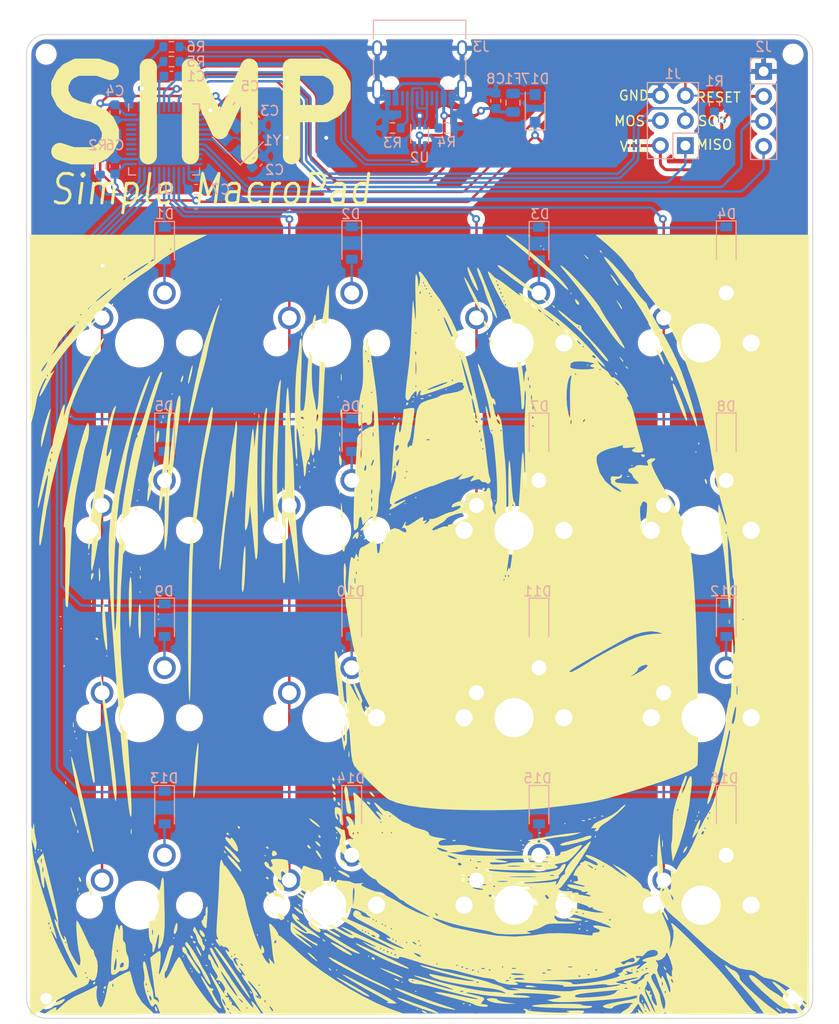
<source format=kicad_pcb>
(kicad_pcb (version 20221018) (generator pcbnew)
  (title_block (title "SIMP") (date "2023-05-16") (rev "1.0.0") (company "leonbcode") (comment 1 "simple macropad"))
  (layers (0 "F.Cu" signal) (31 "B.Cu" signal) (34 "B.Paste" user) (35 "F.Paste" user) (36 "B.SilkS" user "B.Silkscreen") (37 "F.SilkS" user "F.Silkscreen") (38 "B.Mask" user) (39 "F.Mask" user) (44 "Edge.Cuts" user))
  (net 0 "")
  (net 1 "Net-(C1-Pad1)")
  (net 2 "GND")
  (net 3 "/XTAL1")
  (net 4 "/XTAL2")
  (net 5 "VCC")
  (net 6 "Net-(D1-Pad2)")
  (net 7 "/row0")
  (net 8 "Net-(D2-Pad2)")
  (net 9 "Net-(D3-Pad2)")
  (net 10 "Net-(D4-Pad2)")
  (net 11 "Net-(D5-Pad2)")
  (net 12 "/row1")
  (net 13 "Net-(D6-Pad2)")
  (net 14 "Net-(D7-Pad2)")
  (net 15 "Net-(D8-Pad2)")
  (net 16 "Net-(D9-Pad2)")
  (net 17 "/row2")
  (net 18 "Net-(D10-Pad2)")
  (net 19 "Net-(D11-Pad2)")
  (net 20 "Net-(D12-Pad2)")
  (net 21 "Net-(D13-Pad2)")
  (net 22 "/row3")
  (net 23 "Net-(D14-Pad2)")
  (net 24 "Net-(D15-Pad2)")
  (net 25 "Net-(D16-Pad2)")
  (net 26 "Net-(D17-Pad2)")
  (net 27 "VBUS")
  (net 28 "/MISO")
  (net 29 "/SCK")
  (net 30 "/MOSI")
  (net 31 "/RESET")
  (net 32 "/SDA")
  (net 33 "/SCL")
  (net 34 "Net-(R2-Pad1)")
  (net 35 "Net-(J3-PadA5)")
  (net 36 "Net-(J3-PadB5)")
  (net 37 "/DN")
  (net 38 "/DP")
  (net 39 "/col0")
  (net 40 "/col1")
  (net 41 "/col2")
  (net 42 "/col3")
  (net 56 "/D-")
  (net 57 "/D+")
  (net 60 "Net-(R5-Pad2)")
  (net 61 "Net-(R6-Pad2)")
  (footprint "marbastlib-mx:SW_MX_1u" (layer "F.Cu") (at 79.6 80.4)
    (fp_text reference "SW7" hide)
    (fp_text value "MX_SW_solder" hide)
  )
  (footprint "marbastlib-mx:SW_MX_1u" (layer "F.Cu") (at 98.65 99.45)
    (fp_text reference "SW12" hide)
    (fp_text value "MX_SW_solder" hide)
  )
  (footprint "MountingHole:MountingHole_2.1mm" (layer "F.Cu") (at 108 32)
    (fp_text reference "")
    (fp_text value "tooling hole")
  )
  (footprint "marbastlib-mx:SW_MX_1u" (layer "F.Cu") (at 79.6 99.45)
    (fp_text reference "SW11" hide)
    (fp_text value "MX_SW_solder" hide)
  )
  (footprint "marbastlib-mx:SW_MX_1u" (layer "F.Cu") (at 79.6 118.5)
    (fp_text reference "SW15" hide)
    (fp_text value "MX_SW_solder" hide)
  )
  (footprint "MountingHole:MountingHole_2.1mm" (layer "F.Cu") (at 32 128)
    (fp_text reference "")
    (fp_text value "tooling hole")
  )
  (footprint "marbastlib-mx:SW_MX_1u" (layer "F.Cu") (at 41.5 80.4)
    (fp_text reference "SW5" hide)
    (fp_text value "MX_SW_solder" hide)
  )
  (footprint "marbastlib-mx:SW_MX_1u" (layer "F.Cu") (at 41.5 61.35)
    (fp_text reference "SW1" hide)
    (fp_text value "MX_SW_solder" hide)
  )
  (footprint "marbastlib-mx:SW_MX_1u" (layer "F.Cu") (at 41.5 99.45)
    (fp_text reference "SW9" hide)
    (fp_text value "MX_SW_solder" hide)
  )
  (footprint "MountingHole:MountingHole_2.1mm" (layer "F.Cu") (at 108 128)
    (fp_text reference "")
    (fp_text value "tooling hole")
  )
  (footprint "marbastlib-mx:SW_MX_1u" (layer "F.Cu") (at 98.65 118.5)
    (fp_text reference "SW16" hide)
    (fp_text value "MX_SW_solder" hide)
  )
  (footprint "marbastlib-mx:SW_MX_1u" (layer "F.Cu") (at 79.6 61.35)
    (fp_text reference "SW3" hide)
    (fp_text value "MX_SW_solder" hide)
  )
  (footprint "MountingHole:MountingHole_2.1mm" (layer "F.Cu") (at 32 32)
    (fp_text reference "")
    (fp_text value "tooling hole")
  )
  (footprint "marbastlib-mx:SW_MX_1u" (layer "F.Cu") (at 98.65 61.35)
    (fp_text reference "SW4" hide)
    (fp_text value "MX_SW_solder" hide)
  )
  (footprint "marbastlib-mx:SW_MX_1u" (layer "F.Cu") (at 60.55 80.4)
    (fp_text reference "SW6" hide)
    (fp_text value "MX_SW_solder" hide)
  )
  (footprint "marbastlib-mx:SW_MX_1u" (layer "F.Cu") (at 60.55 61.35)
    (fp_text reference "SW2" hide)
    (fp_text value "MX_SW_solder" hide)
  )
  (footprint "marbastlib-mx:SW_MX_1u" (layer "F.Cu") (at 60.55 99.45)
    (fp_text reference "SW10" hide)
    (fp_text value "MX_SW_solder" hide)
  )
  (footprint "marbastlib-mx:SW_MX_1u" (layer "F.Cu") (at 60.55 118.5)
    (fp_text reference "SW14" hide)
    (fp_text value "MX_SW_solder" hide)
  )
  (footprint "marbastlib-mx:SW_MX_1u" (layer "F.Cu") (at 98.65 80.4)
    (fp_text reference "SW8" hide)
    (fp_text value "MX_SW_solder" hide)
  )
  (footprint "LOGO" (layer "F.Cu") (at 70 90)
    (fp_text reference "G***")
    (fp_text value "LOGO" hide)
  )
  (footprint "marbastlib-mx:SW_MX_1u" (layer "F.Cu") (at 41.5 118.5)
    (fp_text reference "SW13" hide)
    (fp_text value "MX_SW_solder" hide)
  )
  (footprint "Diode_SMD:D_SOD-123" (layer "B.Cu") (at 63.101875 89.535 -90)
    (fp_text reference "D10")
    (fp_text value "D")
  )
  (footprint "Diode_SMD:D_SOD-123" (layer "B.Cu") (at 101.201875 89.535 -90)
    (fp_text reference "D12")
    (fp_text value "D")
  )
  (footprint "Package_DFN_QFN:QFN-44-1EP_7x7mm_P0.5mm_EP5.2x5.2mm" (layer "B.Cu") (at 44 40.6625 -90)
    (fp_text reference "U1")
    (fp_text value "ATmega32U4-M")
  )
  (footprint "Capacitor_SMD:C_0603_1608Metric" (layer "B.Cu") (at 47.25 45.75)
    (fp_text reference "C7")
    (fp_text value "100n")
  )
  (footprint "Capacitor_SMD:C_0603_1608Metric" (layer "B.Cu") (at 39 37.9125 -90)
    (fp_text reference "C4")
    (fp_text value "100n")
  )
  (footprint "Diode_SMD:D_SOD-123" (layer "B.Cu") (at 44.051875 51.25 -90)
    (fp_text reference "D1")
    (fp_text value "D")
  )
  (footprint "Capacitor_SMD:C_0603_1608Metric" (layer "B.Cu") (at 50.75 36.6625 45)
    (fp_text reference "C5")
    (fp_text value "100n")
  )
  (footprint "Capacitor_SMD:C_0603_1608Metric" (layer "B.Cu") (at 77.75 36.75 90)
    (fp_text reference "C8")
    (fp_text value "10u")
  )
  (footprint "Diode_SMD:D_SOD-123" (layer "B.Cu") (at 63.101875 70.723125 -90)
    (fp_text reference "D6")
    (fp_text value "D")
  )
  (footprint "Capacitor_SMD:C_0603_1608Metric" (layer "B.Cu") (at 39 43.4125 90)
    (fp_text reference "C6")
    (fp_text value "100n")
  )
  (footprint "Capacitor_SMD:C_0603_1608Metric" (layer "B.Cu") (at 53.5 42.9125 45)
    (fp_text reference "C2")
    (fp_text value "22p")
  )
  (footprint "Resistor_SMD:R_0603_1608Metric" (layer "B.Cu") (at 37.5 43.4125 90)
    (fp_text reference "R2")
    (fp_text value "10k")
  )
  (footprint "Diode_SMD:D_SOD-123" (layer "B.Cu") (at 101.201875 51.196875 -90)
    (fp_text reference "D4")
    (fp_text value "D")
  )
  (footprint "Capacitor_SMD:C_0603_1608Metric" (layer "B.Cu") (at 44.75 34.25 180)
    (fp_text reference "C1")
    (fp_text value "1u")
  )
  (footprint "Resistor_SMD:R_0603_1608Metric" (layer "B.Cu") (at 72.75 39.5)
    (fp_text reference "R4")
    (fp_text value "5.1k")
  )
  (footprint "Diode_SMD:D_SOD-123" (layer "B.Cu") (at 82.151875 51.25 -90)
    (fp_text reference "D3")
    (fp_text value "D")
  )
  (footprint "Connector_PinSocket_2.54mm:PinSocket_1x04_P2.54mm_Vertical" (layer "B.Cu") (at 105 33.75 180)
    (fp_text reference "J2")
    (fp_text value "I2C")
  )
  (footprint "Resistor_SMD:R_0603_1608Metric" (layer "B.Cu") (at 44.75 31.25 180)
    (fp_text reference "R6")
    (fp_text value "22")
  )
  (footprint "Diode_SMD:D_SOD-123" (layer "B.Cu") (at 63.101875 108.585 -90)
    (fp_text reference "D14")
    (fp_text value "D")
  )
  (footprint "Diode_SMD:D_SOD-123" (layer "B.Cu") (at 101.201875 108.585 -90)
    (fp_text reference "D16")
    (fp_text value "D")
  )
  (footprint "Diode_SMD:D_SOD-123" (layer "B.Cu") (at 44.051875 89.535 -90)
    (fp_text reference "D9")
    (fp_text value "D")
  )
  (footprint "Connector_PinSocket_2.54mm:PinSocket_2x03_P2.54mm_Vertical" (layer "B.Cu") (at 97.04 41.29)
    (fp_text reference "J1")
    (fp_text value "AVR-ISP-6")
  )
  (footprint "Diode_SMD:D_SOD-123" (layer "B.Cu") (at 44.051875 108.585 -90)
    (fp_text reference "D13")
    (fp_text value "D")
  )
  (footprint "Resistor_SMD:R_0603_1608Metric" (layer "B.Cu") (at 44.75 32.75 180)
    (fp_text reference "R5")
    (fp_text value "22")
  )
  (footprint "Diode_SMD:D_SOD-123" (layer "B.Cu") (at 82.151875 89.535 -90)
    (fp_text reference "D11")
    (fp_text value "D")
  )
  (footprint "Diode_SMD:D_SOD-123" (layer "B.Cu") (at 82.151875 108.585 -90)
    (fp_text reference "D15")
    (fp_text value "D")
  )
  (footprint "Resistor_SMD:R_0603_1608Metric" (layer "B.Cu") (at 67.25 39.5 180)
    (fp_text reference "R3")
    (fp_text value "5.1k")
  )
  (footprint "Connector_USB:USB_C_Receptacle_HRO_TYPE-C-31-M-12" (layer "B.Cu") (at 70 32.44)
    (fp_text reference "J3")
    (fp_text value "USB_C_Receptacle_USB2.0")
  )
  (footprint "Diode_SMD:D_SOD-123F" (layer "B.Cu") (at 81.75 37.5 90)
    (fp_text reference "D17")
    (fp_text value "D_Schottky")
  )
  (footprint "Resistor_SMD:R_0603_1608Metric" (layer "B.Cu") (at 100 37 -90)
    (fp_text reference "R1")
    (fp_text value "10k")
  )
  (footprint "Fuse:Fuse_0805_2012Metric" (layer "B.Cu") (at 79.5 36.9375 90)
    (fp_text reference "F1")
    (fp_text value "500mA")
  )
  (footprint "Diode_SMD:D_SOD-123" (layer "B.Cu") (at 82.151875 70.723125 -90)
    (fp_text reference "D7")
    (fp_text value "D")
  )
  (footprint "Diode_SMD:D_SOD-123" (layer "B.Cu") (at 101.201875 70.723125 -90)
    (fp_text reference "D8")
    (fp_text value "D")
  )
  (footprint "Package_TO_SOT_SMD:SOT-666" (layer "B.Cu") (at 70 40.25 -90)
    (fp_text reference "U2")
    (fp_text value "USBLC6-2P6")
  )
  (footprint "Crystal:Crystal_SMD_3225-4Pin_3.2x2.5mm" (layer "B.Cu") (at 51.5 40.6625 135)
    (fp_text reference "Y1")
    (fp_text value "16MHz")
  )
  (footprint "Diode_SMD:D_SOD-123" (layer "B.Cu") (at 63.101875 51.196875 -90)
    (fp_text reference "D2")
    (fp_text value "D")
  )
  (footprint "Diode_SMD:D_SOD-123" (layer "B.Cu") (at 44.051875 70.723125 -90)
    (fp_text reference "D5")
    (fp_text value "D")
  )
  (footprint "Capacitor_SMD:C_0603_1608Metric" (layer "B.Cu") (at 53.25 38.6625 -45)
    (fp_text reference "C3")
    (fp_text value "22p")
  )
  (gr_arc (start 108 30) (mid 109.414214 30.585786) (end 110 32) (stroke (width 0.1)) (layer "Edge.Cuts"))
  (gr_arc (start 110 128) (mid 109.414214 129.414214) (end 108 130) (stroke (width 0.1)) (layer "Edge.Cuts"))
  (gr_line (start 30 32) (end 30 128) (stroke (width 0.1)) (layer "Edge.Cuts"))
  (gr_line (start 110 128) (end 110 32) (stroke (width 0.1)) (layer "Edge.Cuts"))
  (gr_arc (start 32 130) (mid 30.585786 129.414214) (end 30 128) (stroke (width 0.1)) (layer "Edge.Cuts"))
  (gr_arc (start 30 32) (mid 30.585786 30.585786) (end 32 30) (stroke (width 0.1)) (layer "Edge.Cuts"))
  (gr_line (start 108 30) (end 32 30) (stroke (width 0.1)) (layer "Edge.Cuts"))
  (gr_line (start 32 130) (end 108 130) (stroke (width 0.1)) (layer "Edge.Cuts"))
  (gr_text "SIMP" (at 47.75 38.25) (layer "F.SilkS") (effects (font (size 9 9) (thickness 1.75))))
  (gr_text "MISO" (at 100 41.2) (layer "F.SilkS") (effects (font (size 1 1))))
  (gr_text "RESET" (at 100.4 36.4) (layer "F.SilkS") (effects (font (size 1 1))))
  (gr_text "Simple MacroPad" (at 48.75 45.75) (layer "F.SilkS") (effects (font (size 3 2.5) (thickness 0.3) italic)))
  (gr_text "MOSI" (at 91.6 38.8) (layer "F.SilkS") (effects (font (size 1 1))))
  (gr_text "SCK" (at 99.8 38.8) (layer "F.SilkS") (effects (font (size 1 1))))
  (gr_text "GND" (at 91.8 36.2) (layer "F.SilkS") (effects (font (size 1 1))))
  (gr_text "VCC" (at 91.8 41.4) (layer "F.SilkS") (effects (font (size 1 1))))
  (segment (start 44 35.982107) (end 44 37.325) (width 0.25) (layer "B.Cu") (net 1))
  (segment (start 44.146447 35.628553) (end 45.525 34.25) (width 0.25) (layer "B.Cu") (net 1))
  (arc (start 44.146447 35.628553) (mid 44.03806 35.790765) (end 44 35.982107) (width 0.25) (layer "B.Cu") (net 1))
  (segment (start 67.661448 35.911448) (end 70 38.25) (width 0.3) (layer "F.Cu") (net 2))
  (segment (start 72.338552 35.911448) (end 70 38.25) (width 0.3) (layer "F.Cu") (net 2))
  (segment (start 66.082108 35.765001) (end 67.307894 35.765001) (width 0.3) (layer "F.Cu") (net 2))
  (segment (start 65.68 35.57) (end 65.728555 35.618555) (width 0.3) (layer "F.Cu") (net 2))
  (segment (start 73.917892 35.765001) (end 72.692106 35.765001) (width 0.3) (layer "F.Cu") (net 2))
  (segment (start 74.32 35.57) (end 74.271445 35.618555) (width 0.3) (layer "F.Cu") (net 2))
  (via (at 56.5 40.5) (size 0.8) (drill 0.4) (layers "F.Cu" "B.Cu") (net 2))
  (via (at 70 38.25) (size 0.8) (drill 0.4) (layers "F.Cu" "B.Cu") (net 2))
  (via (at 60.5 40.5) (size 0.8) (drill 0.4) (layers "F.Cu" "B.Cu") (net 2))
  (arc (start 72.692106 35.765001) (mid 72.500764 35.803061) (end 72.338552 35.911448) (width 0.3) (layer "F.Cu") (net 2))
  (arc (start 66.082108 35.765001) (mid 65.890767 35.726941) (end 65.728555 35.618555) (width 0.3) (layer "F.Cu") (net 2))
  (arc (start 67.661448 35.911448) (mid 67.499236 35.803061) (end 67.307894 35.765001) (width 0.3) (layer "F.Cu") (net 2))
  (arc (start 73.917892 35.765001) (mid 74.109233 35.726941) (end 74.271445 35.618555) (width 0.3) (layer "F.Cu") (net 2))
  (segment (start 50.121142 40.485723) (end 50.1383 40.502881) (width 0.2) (layer "B.Cu") (net 2))
  (segment (start 40.6625 38.6625) (end 39.025 38.6625) (width 0.25) (layer "B.Cu") (net 2))
  (segment (start 50.447488 38.096384) (end 51.151562 37.39231) (width 0.25) (layer "B.Cu") (net 2))
  (segment (start 49.004846 39.516053) (end 50.424515 38.096384) (width 0.25) (layer "B.Cu") (net 2))
  (segment (start 47.3375 39.6625) (end 48.651292 39.6625) (width 0.25) (layer "B.Cu") (net 2))
  (segment (start 40.6625 42.6625) (end 42 42.6625) (width 0.25) (layer "B.Cu") (net 2))
  (segment (start 54.048008 42.008427) (end 52.878858 40.839277) (width 0.25) (layer "B.Cu") (net 2))
  (segment (start 47.903553 45.066053) (end 47.846446 45.008946) (width 0.25) (layer "B.Cu") (net 2))
  (segment (start 46.353553 43.016053) (end 44 40.6625) (width 0.2) (layer "B.Cu") (net 2))
  (segment (start 77.75 35.975) (end 77.75 35.457107) (width 0.3) (layer "B.Cu") (net 2))
  (segment (start 70 38.25) (end 70 39.325) (width 0.3) (layer "B.Cu") (net 2))
  (segment (start 39.025 42.6625) (end 39 42.6375) (width 0.25) (layer "B.Cu") (net 2))
  (segment (start 50.1383 40.502881) (end 51.292893 40.502881) (width 0.2) (layer "B.Cu") (net 2))
  (segment (start 50.424515 38.096384) (end 50.447488 38.096384) (width 0.25) (layer "B.Cu") (net 2))
  (segment (start 39.025 38.6625) (end 39 38.6875) (width 0.25) (layer "B.Cu") (net 2))
  (segment (start 46.5 44.6125) (end 46.5 44) (width 0.25) (layer "B.Cu") (net 2))
  (segment (start 73.396447 39.321447) (end 73.575 39.5) (width 0.3) (layer "B.Cu") (net 2))
  (segment (start 94.5 35.25) (end 95.853554 33.896446) (width 0.3) (layer "B.Cu") (net 2))
  (segment (start 51.957107 35.6625) (end 52.042893 35.6625) (width 0.25) (layer "B.Cu") (net 2))
  (segment (start 46.603553 44.716053) (end 46.5 44.6125) (width 0.25) (layer "B.Cu") (net 2))
  (segment (start 43.5 37.325) (end 43.5 40.1625) (width 0.25) (layer "B.Cu") (net 2))
  (segment (start 74.165 35.57) (end 73.25 36.485) (width 0.3) (layer "B.Cu") (net 2))
  (segment (start 74.32 35.57) (end 74.165 35.57) (width 0.3) (layer "B.Cu") (net 2))
  (segment (start 47.3375 39.6625) (end 45 39.6625) (width 0.25) (layer "B.Cu") (net 2))
  (segment (start 52.396447 35.808947) (end 54.353554 37.766054) (width 0.25) (layer "B.Cu") (net 2))
  (segment (start 66.603553 39.321447) (end 66.425 39.5) (width 0.3) (layer "B.Cu") (net 2))
  (segment (start 48.05 45.6625) (end 48.05 45.419607) (width 0.25) (layer "B.Cu") (net 2))
  (segment (start 47.492893 44.8625) (end 46.957107 44.8625) (width 0.25) (layer "B.Cu") (net 2))
  (segment (start 54.5 38.119607) (end 54.5 38.301409) (width 0.25) (layer "B.Cu") (net 2))
  (segment (start 65.68 35.57) (end 65.835 35.57) (width 0.3) (layer "B.Cu") (net 2))
  (segment (start 43.5 34.932107) (end 43.5 37.325) (width 0.25) (layer "B.Cu") (net 2))
  (segment (start 77.137893 35.57) (end 74.32 35.57) (width 0.3) (layer "B.Cu") (net 2))
  (segment (start 53.798008 39.210508) (end 53.798008 39.71302) (width 0.25) (layer "B.Cu") (net 2))
  (segment (start 94.396447 35.146447) (end 94.5 35.25) (width 0.3) (layer "B.Cu") (net 2))
  (segment (start 53.651561 40.066574) (end 52.878858 40.839277) (width 0.25) (layer "B.Cu") (net 2))
  (segment (start 94.5 35.25) (end 94.5 36.21) (width 0.3) (layer "B.Cu") (net 2))
  (segment (start 73.25 36.485) (end 73.25 38.967893) (width 0.3) (layer "B.Cu") (net 2))
  (segment (start 38.95 42.5875) (end 39 42.6375) (width 0.25) (layer "B.Cu") (net 2))
  (segment (start 66.75 36.485) (end 66.75 38.967893) (width 0.3) (layer "B.Cu") (net 2))
  (segment (start 54.353553 38.654963) (end 53.798008 39.210508) (width 0.25) (layer "B.Cu") (net 2))
  (segment (start 51.298008 37.038757) (end 51.298008 36.114492) (width 0.25) (layer "B.Cu") (net 2))
  (segment (start 43.975 34.25) (end 43.646446 34.578554) (width 0.25) (layer "B.Cu") (net 2))
  (segment (start 52.043503 40.839277) (end 52.878858 40.839277) (width 0.2) (layer "B.Cu") (net 2))
  (segment (start 37.5 42.5875) (end 38.95 42.5875) (width 0.25) (layer "B.Cu") (net 2))
  (segment (start 65.835 35.57) (end 66.75 36.485) (width 0.3) (layer "B.Cu") (net 2))
  (segment (start 40.6625 42.6625) (end 39.025 42.6625) (width 0.25) (layer "B.Cu") (net 2))
  (segment (start 51.646447 40.649328) (end 51.68995 40.692831) (width 0.2) (layer "B.Cu") (net 2))
  (segment (start 46.5 44) (end 46.5 43.369607) (width 0.2) (layer "B.Cu") (net 2))
  (segment (start 96.207107 33.75) (end 105 33.75) (width 0.3) (layer "B.Cu") (net 2))
  (segment (start 77.896447 35.103553) (end 78 35) (width 0.3) (layer "B.Cu") (net 2))
  (segment (start 77.75 35.975) (end 77.491446 35.716446) (width 0.3) (layer "B.Cu") (net 2))
  (segment (start 40.6625 38.6625) (end 42 38.6625) (width 0.25) (layer "B.Cu") (net 2))
  (segment (start 51.298008 36.114492) (end 51.603554 35.808946) (width 0.25) (layer "B.Cu") (net 2))
  (segment (start 94.042893 35) (end 78 35) (width 0.3) (layer "B.Cu") (net 2))
  (arc (start 51.292893 40.502881) (mid 51.484235 40.540941) (end 51.646447 40.649328) (width 0.2) (layer "B.Cu") (net 2))
  (arc (start 48.651292 39.6625) (mid 48.842634 39.62444) (end 49.004846 39.516053) (width 0.25) (layer "B.Cu") (net 2))
  (arc (start 77.75 35.457107) (mid 77.78806 35.265765) (end 77.896447 35.103553) (width 0.3) (layer "B.Cu") (net 2))
  (arc (start 77.137893 35.57) (mid 77.329234 35.60806) (end 77.491446 35.716446) (width 0.3) (layer "B.Cu") (net 2))
  (arc (start 51.298008 37.038757) (mid 51.259948 37.230098) (end 51.151562 37.39231) (width 0.25) (layer "B.Cu") (net 2))
  (arc (start 43.5 34.932107) (mid 43.53806 34.740766) (end 43.646446 34.578554) (width 0.25) (layer "B.Cu") (net 2))
  (arc (start 96.207107 33.75) (mid 96.015766 33.78806) (end 95.853554 33.896446) (width 0.3) (layer "B.Cu") (net 2))
  (arc (start 52.042893 35.6625) (mid 52.234235 35.70056) (end 52.396447 35.808947) (width 0.25) (layer "B.Cu") (net 2))
  (arc (start 46.957107 44.8625) (mid 46.765765 44.82444) (end 46.603553 44.716053) (width 0.25) (layer "B.Cu") (net 2))
  (arc (start 54.353553 38.654963) (mid 54.46194 38.492751) (end 54.5 38.301409) (width 0.25) (layer "B.Cu") (net 2))
  (arc (start 94.396447 35.146447) (mid 94.234235 35.03806) (end 94.042893 35) (width 0.3) (layer "B.Cu") (net 2))
  (arc (start 53.651561 40.066574) (mid 53.759948 39.904362) (end 53.798008 39.71302) (width 0.25) (layer "B.Cu") (net 2))
  (arc (start 48.05 45.419607) (mid 48.01194 45.228265) (end 47.903553 45.066053) (width 0.25) (layer "B.Cu") (net 2))
  (arc (start 73.25 38.967893) (mid 73.28806 39.159235) (end 73.396447 39.321447) (width 0.3) (layer "B.Cu") (net 2))
  (arc (start 66.603553 39.321447) (mid 66.71194 39.159235) (end 66.75 38.967893) (width 0.3) (layer "B.Cu") (net 2))
  (arc (start 46.353553 43.016053) (mid 46.46194 43.178265) (end 46.5 43.369607) (width 0.2) (layer "B.Cu") (net 2))
  (arc (start 51.957107 35.6625) (mid 51.765766 35.70056) (end 51.603554 35.808946) (width 0.25) (layer "B.Cu") (net 2))
  (arc (start 47.492893 44.8625) (mid 47.684234 44.90056) (end 47.846446 45.008946) (width 0.25) (layer "B.Cu") (net 2))
  (arc (start 51.68995 40.692831) (mid 51.852162 40.801217) (end 52.043503 40.839277) (width 0.2) (layer "B.Cu") (net 2))
  (arc (start 54.353554 37.766054) (mid 54.46194 37.928266) (end 54.5 38.119607) (width 0.25) (layer "B.Cu") (net 2))
  (segment (start 51.676777 42.185293) (end 52.951992 43.460508) (width 0.25) (layer "B.Cu") (net 3))
  (segment (start 50.575736 42.041358) (end 51.676777 42.041358) (width 0.25) (layer "B.Cu") (net 3))
  (segment (start 47.3375 40.6625) (end 48.782664 40.6625) (width 0.25) (layer "B.Cu") (net 3))
  (segment (start 49.136218 40.808947) (end 50.222183 41.894912) (width 0.25) (layer "B.Cu") (net 3))
  (arc (start 49.136218 40.808947) (mid 48.974006 40.70056) (end 48.782664 40.6625) (width 0.25) (layer "B.Cu") (net 3))
  (arc (start 50.575736 42.041358) (mid 50.384395 42.003298) (end 50.222183 41.894912) (width 0.25) (layer "B.Cu") (net 3))
  (segment (start 49.141242 40.016053) (end 49.769365 39.38793) (width 0.25) (layer "B.Cu") (net 4))
  (segment (start 50.122918 39.241484) (end 51.281065 39.241484) (width 0.25) (layer "B.Cu") (net 4))
  (segment (start 51.532842 39.283642) (end 52.701992 38.114492) (width 0.25) (layer "B.Cu") (net 4))
  (segment (start 47.3375 40.1625) (end 48.787688 40.1625) (width 0.25) (layer "B.Cu") (net 4))
  (arc (start 49.141242 40.016053) (mid 48.97903 40.12444) (end 48.787688 40.1625) (width 0.25) (layer "B.Cu") (net 4))
  (arc (start 50.122918 39.241484) (mid 49.931577 39.279544) (end 49.769365 39.38793) (width 0.25) (layer "B.Cu") (net 4))
  (segment (start 38.103553 36.396447) (end 37.5 37) (width 0.25) (layer "F.Cu") (net 5))
  (segment (start 100.75 38.75) (end 100.75 41.542893) (width 0.3) (layer "F.Cu") (net 5))
  (segment (start 98.542893 43.75) (end 95.207107 43.75) (width 0.3) (layer "F.Cu") (net 5))
  (segment (start 39 45.5) (end 40.222804 46.722804) (width 0.25) (layer "F.Cu") (net 5))
  (segment (start 82.997107 41.29) (end 94.5 41.29) (width 0.3) (layer "F.Cu") (net 5))
  (segment (start 75.146447 46.853553) (end 81.75 40.25) (width 0.25) (layer "F.Cu") (net 5))
  (segment (start 37.5 43.792893) (end 37.5 37) (width 0.25) (layer "F.Cu") (net 5))
  (segment (start 39 45.5) (end 37.646446 44.146446) (width 0.25) (layer "F.Cu") (net 5))
  (segment (start 49.25 36.25) (end 38.457107 36.25) (width 0.25) (layer "F.Cu") (net 5))
  (segment (start 40.576357 46.86925) (end 47.25 46.86925) (width 0.25) (layer "F.Cu") (net 5))
  (segment (start 81.75 40.25) (end 82.643554 41.143554) (width 0.3) (layer "F.Cu") (net 5))
  (segment (start 103.063553 36.436447) (end 100.75 38.75) (width 0.3) (layer "F.Cu") (net 5))
  (segment (start 100.603553 41.896447) (end 98.896446 43.603554) (width 0.3) (layer "F.Cu") (net 5))
  (segment (start 94.853553 43.603553) (end 94.646446 43.396446) (width 0.3) (layer "F.Cu") (net 5))
  (segment (start 47.38075 47) (end 74.792893 47) (width 0.25) (layer "F.Cu") (net 5))
  (segment (start 47.25 46.86925) (end 47.38075 47) (width 0.25) (layer "F.Cu") (net 5))
  (segment (start 105 36.29) (end 103.417107 36.29) (width 0.3) (layer "F.Cu") (net 5))
  (segment (start 94.5 43.042893) (end 94.5 41.29) (width 0.3) (layer "F.Cu") (net 5))
  (via (at 100.75 38.75) (size 0.8) (drill 0.4) (layers "F.Cu" "B.Cu") (net 5))
  (via (at 81.75 40.25) (size 0.8) (drill 0.4) (layers "F.Cu" "B.Cu") (net 5))
  (via (at 47.25 46.86925) (size 0.8) (drill 0.4) (layers "F.Cu" "B.Cu") (net 5))
  (via (at 37.5 37) (size 0.8) (drill 0.4) (layers "F.Cu" "B.Cu") (net 5))
  (via (at 39 45.5) (size 0.8) (drill 0.4) (layers "F.Cu" "B.Cu") (net 5))
  (via (at 49.25 36.25) (size 0.8) (drill 0.4) (layers "F.Cu" "B.Cu") (net 5))
  (arc (start 38.103553 36.396447) (mid 38.265765 36.28806) (end 38.457107 36.25) (width 0.25) (layer "F.Cu") (net 5))
  (arc (start 103.063553 36.436447) (mid 103.225765 36.32806) (end 103.417107 36.29) (width 0.3) (layer "F.Cu") (net 5))
  (arc (start 75.146447 46.853553) (mid 74.984235 46.96194) (end 74.792893 47) (width 0.25) (layer "F.Cu") (net 5))
  (arc (start 98.542893 43.75) (mid 98.734234 43.71194) (end 98.896446 43.603554) (width 0.3) (layer "F.Cu") (net 5))
  (arc (start 100.75 41.542893) (mid 100.71194 41.734235) (end 100.603553 41.896447) (width 0.3) (layer "F.Cu") (net 5))
  (arc (start 37.5 43.792893) (mid 37.53806 43.984234) (end 37.646446 44.146446) (width 0.25) (layer "F.Cu") (net 5))
  (arc (start 94.646446 43.396446) (mid 94.53806 43.234234) (end 94.5 43.042893) (width 0.3) (layer "F.Cu") (net 5))
  (arc (start 40.222804 46.722804) (mid 40.385016 46.83119) (end 40.576357 46.86925) (width 0.25) (layer "F.Cu") (net 5))
  (arc (start 95.207107 43.75) (mid 95.015765 43.71194) (end 94.853553 43.603553) (width 0.3) (layer "F.Cu") (net 5))
  (arc (start 82.643554 41.143554) (mid 82.805766 41.25194) (end 82.997107 41.29) (width 0.3) (layer "F.Cu") (net 5))
  (segment (start 100 37.825) (end 100 38) (width 0.2) (layer "B.Cu") (net 5))
  (segment (start 50.201992 37.210508) (end 50.201992 37.201992) (width 0.25) (layer "B.Cu") (net 5))
  (segment (start 46.146447 45.308947) (end 46.5 45.6625) (width 0.25) (layer "B.Cu") (net 5))
  (segment (start 39 44.1875) (end 39 45.5) (width 0.25) (layer "B.Cu") (net 5))
  (segment (start 37.6375 37.1375) (end 37.5 37) (width 0.25) (layer "B.Cu") (net 5))
  (segment (start 39 37.1375) (end 37.6375 37.1375) (width 0.25) (layer "B.Cu") (net 5))
  (segment (start 39.878553 38.016053) (end 39 37.1375) (width 0.25) (layer "B.Cu") (net 5))
  (segment (start 100 38) (end 100.75 38.75) (width 0.2) (layer "B.Cu") (net 5))
  (segment (start 47.3375 39.1625) (end 48.042893 39.1625) (width 0.25) (layer "B.Cu") (net 5))
  (segment (start 40.6625 38.1625) (end 40.232107 38.1625) (width 0.25) (layer "B.Cu") (net 5))
  (segment (start 40.6625 43.1625) (end 40.232107 43.1625) (width 0.25) (layer "B.Cu") (net 5))
  (segment (start 48.396447 39.016053) (end 50.201992 37.210508) (width 0.25) (layer "B.Cu") (net 5))
  (segment (start 39.878553 43.308947) (end 39 44.1875) (width 0.25) (layer "B.Cu") (net 5))
  (segment (start 46 44) (end 46 44.955393) (width 0.25) (layer "B.Cu") (net 5))
  (segment (start 81.75 38.9) (end 81.75 40.25) (width 0.3) (layer "B.Cu") (net 5))
  (segment (start 50.201992 37.201992) (end 49.25 36.25) (width 0.25) (layer "B.Cu") (net 5))
  (segment (start 46.5 45.6625) (end 46.5 45.912143) (width 0.25) (layer "B.Cu") (net 5))
  (segment (start 46.646447 46.265697) (end 47.25 46.86925) (width 0.25) (layer "B.Cu") (net 5))
  (arc (start 40.232107 43.1625) (mid 40.040765 43.20056) (end 39.878553 43.308947) (width 0.25) (layer "B.Cu") (net 5))
  (arc (start 46.646447 46.265697) (mid 46.53806 46.103485) (end 46.5 45.912143) (width 0.25) (layer "B.Cu") (net 5))
  (arc (start 46.146447 45.308947) (mid 46.03806 45.146735) (end 46 44.955393) (width 0.25) (layer "B.Cu") (net 5))
  (arc (start 48.042893 39.1625) (mid 48.234235 39.12444) (end 48.396447 39.016053) (width 0.25) (layer "B.Cu") (net 5))
  (arc (start 39.878553 38.016053) (mid 40.040765 38.12444) (end 40.232107 38.1625) (width 0.25) (layer "B.Cu") (net 5))
  (segment (start 44.04 56.27) (end 44.04 53.01) (width 0.25) (layer "B.Cu") (net 6))
  (segment (start 44 49.55) (end 44.1 49.65) (width 0.25) (layer "B.Cu") (net 7))
  (segment (start 44 44) (end 44 49.55) (width 0.25) (layer "B.Cu") (net 7))
  (segment (start 44.1 49.65) (end 101.25 49.65) (width 0.25) (layer "B.Cu") (net 7))
  (segment (start 63.09 56.27) (end 63.09 53.01) (width 0.25) (layer "B.Cu") (net 8))
  (segment (start 82.14 56.27) (end 82.14 53.01) (width 0.25) (layer "B.Cu") (net 9))
  (segment (start 101.19 56.27) (end 101.19 53.01) (width 0.25) (layer "B.Cu") (net 10))
  (segment (start 44.04 75.32) (end 44.04 72.46) (width 0.25) (layer "B.Cu") (net 11))
  (segment (start 34.146447 54.175241) (end 42.853554 45.468134) (width 0.25) (layer "B.Cu") (net 12))
  (segment (start 34.703553 68.953553) (end 34.146446 68.396446) (width 0.25) (layer "B.Cu") (net 12))
  (segment (start 44.1 69.1) (end 101.25 69.1) (width 0.25) (layer "B.Cu") (net 12))
  (segment (start 34 68.042893) (end 34 54.528795) (width 0.25) (layer "B.Cu") (net 12))
  (segment (start 43 45.114581) (end 43 44) (width 0.25) (layer "B.Cu") (net 12))
  (segment (start 44.1 69.1) (end 35.057107 69.1) (width 0.25) (layer "B.Cu") (net 12))
  (arc (start 34 54.528795) (mid 34.03806 54.337453) (end 34.146447 54.175241) (width 0.25) (layer "B.Cu") (net 12))
  (arc (start 34 68.042893) (mid 34.03806 68.234234) (end 34.146446 68.396446) (width 0.25) (layer "B.Cu") (net 12))
  (arc (start 35.057107 69.1) (mid 34.865765 69.06194) (end 34.703553 68.953553) (width 0.25) (layer "B.Cu") (net 12))
  (arc (start 43 45.114581) (mid 42.96194 45.305922) (end 42.853554 45.468134) (width 0.25) (layer "B.Cu") (net 12))
  (segment (start 63.09 75.32) (end 63.09 72.56) (width 0.25) (layer "B.Cu") (net 13))
  (segment (start 82.14 75.32) (end 82.14 72.46) (width 0.25) (layer "B.Cu") (net 14))
  (segment (start 101.19 75.32) (end 101.19 72.46) (width 0.25) (layer "B.Cu") (net 15))
  (segment (start 44.04 94.37) (end 44.04 91.41) (width 0.25) (layer "B.Cu") (net 16))
  (segment (start 42.5 44) (end 42.5 44.978185) (width 0.25) (layer "B.Cu") (net 17))
  (segment (start 33.55 54.342399) (end 33.55 85.842893) (width 0.25) (layer "B.Cu") (net 17))
  (segment (start 101.25 88.05) (end 44.1 88.05) (width 0.25) (layer "B.Cu") (net 17))
  (segment (start 44.1 88.05) (end 35.757107 88.05) (width 0.25) (layer "B.Cu") (net 17))
  (segment (start 35.403553 87.903553) (end 33.696446 86.196446) (width 0.25) (layer "B.Cu") (net 17))
  (segment (start 42.353553 45.331739) (end 33.696446 53.988846) (width 0.25) (layer "B.Cu") (net 17))
  (arc (start 33.55 54.342399) (mid 33.58806 54.151058) (end 33.696446 53.988846) (width 0.25) (layer "B.Cu") (net 17))
  (arc (start 42.5 44.978185) (mid 42.46194 45.169527) (end 42.353553 45.331739) (width 0.25) (layer "B.Cu") (net 17))
  (arc (start 33.55 85.842893) (mid 33.58806 86.034234) (end 33.696446 86.196446) (width 0.25) (layer "B.Cu") (net 17))
  (arc (start 35.403553 87.903553) (mid 35.565765 88.01194) (end 35.757107 88.05) (width 0.25) (layer "B.Cu") (net 17))
  (segment (start 63.09 94.37) (end 63.09 91.41) (width 0.25) (layer "B.Cu") (net 18))
  (segment (start 82.14 94.37) (end 82.14 91.41) (width 0.25) (layer "B.Cu") (net 19))
  (segment (start 101.19 94.37) (end 101.19 91.41) (width 0.25) (layer "B.Cu") (net 20))
  (segment (start 44.04 113.42) (end 44.04 110.36) (width 0.25) (layer "B.Cu") (net 21))
  (segment (start 44.1 107) (end 101.25 107) (width 0.25) (layer "B.Cu") (net 22))
  (segment (start 42 44.841789) (end 42 44) (width 0.25) (layer "B.Cu") (net 22))
  (segment (start 35.353553 106.853553) (end 33.246446 104.746446) (width 0.25) (layer "B.Cu") (net 22))
  (segment (start 33.1 104.392893) (end 33.1 54.156003) (width 0.25) (layer "B.Cu") (net 22))
  (segment (start 33.246447 53.802449) (end 41.853554 45.195342) (width 0.25) (layer "B.Cu") (net 22))
  (segment (start 44.1 107) (end 35.707107 107) (width 0.25) (layer "B.Cu") (net 22))
  (arc (start 33.1 104.392893) (mid 33.13806 104.584234) (end 33.246446 104.746446) (width 0.25) (layer "B.Cu") (net 22))
  (arc (start 33.1 54.156003) (mid 33.13806 53.964661) (end 33.246447 53.802449) (width 0.25) (layer "B.Cu") (net 22))
  (arc (start 41.853554 45.195342) (mid 41.96194 45.03313) (end 42 44.841789) (width 0.25) (layer "B.Cu") (net 22))
  (arc (start 35.707107 107) (mid 35.515765 106.96194) (end 35.353553 106.853553) (width 0.25) (layer "B.Cu") (net 22))
  (segment (start 63.09 113.42) (end 63.09 110.36) (width 0.25) (layer "B.Cu") (net 23))
  (segment (start 82.14 113.42) (end 82.14 110.36) (width 0.25) (layer "B.Cu") (net 24))
  (segment (start 101.19 113.42) (end 101.19 110.36) (width 0.25) (layer "B.Cu") (net 25))
  (segment (start 81.65 36) (end 81.75 36.1) (width 0.2) (layer "B.Cu") (net 26))
  (segment (start 79.5 36) (end 81.65 36) (width 0.2) (layer "B.Cu") (net 26))
  (segment (start 72.5 40.25) (end 72.5 38.25) (width 0.3) (layer "F.Cu") (net 27))
  (segment (start 58.75 36.707107) (end 58.75 42.042893) (width 0.3) (layer "F.Cu") (net 27))
  (segment (start 71.146447 44.853553) (end 72.353554 43.646446) (width 0.3) (layer "F.Cu") (net 27))
  (segment (start 70 40.25) (end 72.5 40.25) (width 0.3) (layer "F.Cu") (net 27))
  (segment (start 75.896447 38.103553) (end 76.25 37.75) (width 0.3) (layer "F.Cu") (net 27))
  (segment (start 56.396447 34.146447) (end 58.603554 36.353554) (width 0.3) (layer "F.Cu") (net 27))
  (segment (start 61.707107 45) (end 70.792893 45) (width 0.3) (layer "F.Cu") (net 27))
  (segment (start 45.274799 35.524799) (end 41.774799 35.524799) (width 0.3) (layer "F.Cu") (net 27))
  (segment (start 45.274799 35.524799) (end 46.518094 35.524799) (width 0.3) (layer "F.Cu") (net 27))
  (segment (start 72.5 43.292893) (end 72.5 40.25) (width 0.3) (layer "F.Cu") (net 27))
  (segment (start 72.5 38.25) (end 75.542893 38.25) (width 0.3) (layer "F.Cu") (net 27))
  (segment (start 48.457107 34) (end 56.042893 34) (width 0.3) (layer "F.Cu") (net 27))
  (segment (start 46.871648 35.378352) (end 48.103554 34.146446) (width 0.3) (layer "F.Cu") (net 27))
  (segment (start 58.896447 42.396447) (end 61.353554 44.853554) (width 0.3) (layer "F.Cu") (net 27))
  (segment (start 41.774799 35.524799) (end 41.75 35.5) (width 0.3) (layer "F.Cu") (net 27))
  (via (at 72.5 38.25) (size 0.8) (drill 0.4) (layers "F.Cu" "B.Cu") (net 27))
  (via (at 76.25 37.75) (size 0.8) (drill 0.4) (layers "F.Cu" "B.Cu") (net 27))
  (via (at 41.75 35.5) (size 0.8) (drill 0.4) (layers "F.Cu" "B.Cu") (net 27))
  (via (at 70 40.25) (size 0.8) (drill 0.4) (layers "F.Cu" "B.Cu") (net 27))
  (via (at 45.274799 35.524799) (size 0.8) (drill 0.4) (layers "F.Cu" "B.Cu") (net 27))
  (arc (start 75.896447 38.103553) (mid 75.734235 38.21194) (end 75.542893 38.25) (width 0.3) (layer "F.Cu") (net 27))
  (arc (start 56.396447 34.146447) (mid 56.234235 34.03806) (end 56.042893 34) (width 0.3) (layer "F.Cu") (net 27))
  (arc (start 46.871648 35.378352) (mid 46.709436 35.486739) (end 46.518094 35.524799) (width 0.3) (layer "F.Cu") (net 27))
  (arc (start 61.707107 45) (mid 61.515766 44.96194) (end 61.353554 44.853554) (width 0.3) (layer "F.Cu") (net 27))
  (arc (start 70.792893 45) (mid 70.984235 44.96194) (end 71.146447 44.853553) (width 0.3) (layer "F.Cu") (net 27))
  (arc (start 48.103554 34.146446) (mid 48.265766 34.03806) (end 48.457107 34) (width 0.3) (layer "F.Cu") (net 27))
  (arc (start 58.75 42.042893) (mid 58.78806 42.234235) (end 58.896447 42.396447) (width 0.3) (layer "F.Cu") (net 27))
  (arc (start 72.5 43.292893) (mid 72.46194 43.484234) (end 72.353554 43.646446) (width 0.3) (layer "F.Cu") (net 27))
  (arc (start 58.603554 36.353554) (mid 58.71194 36.515766) (end 58.75 36.707107) (width 0.3) (layer "F.Cu") (net 27))
  (segment (start 41.853553 35.603553) (end 41.75 35.5) (width 0.25) (layer "B.Cu") (net 27))
  (segment (start 44.5 37.325) (end 44.5 36.506705) (width 0.25) (layer "B.Cu") (net 27))
  (segment (start 67.55 36.485) (end 67.55 35.832414) (width 0.3) (layer "B.Cu") (net 27))
  (segment (start 72.45 38.2) (end 72.5 38.25) (width 0.3) (layer "B.Cu") (net 27))
  (segment (start 77.953553 37.728553) (end 77.75 37.525) (width 0.3) (layer "B.Cu") (net 27))
  (segment (start 77.75 37.525) (end 76.682107 37.525) (width 0.3) (layer "B.Cu") (net 27))
  (segment (start 72.45 35.832414) (end 72.45 36.485) (width 0.3) (layer "B.Cu") (net 27))
  (segment (start 44.646447 36.153151) (end 45.274799 35.524799) (width 0.25) (layer "B.Cu") (net 27))
  (segment (start 70 40.25) (end 70 41.175) (width 0.3) (layer "B.Cu") (net 27))
  (segment (start 42 37.325) (end 42 35.957107) (width 0.25) (layer "B.Cu") (net 27))
  (segment (start 76.328553 37.671447) (end 76.25 37.75) (width 0.3) (layer "B.Cu") (net 27))
  (segment (start 71.97114 35.146447) (end 72.303554 35.478861) (width 0.3) (layer "B.Cu") (net 27))
  (segment (start 79.5 37.875) (end 78.307107 37.875) (width 0.3) (layer "B.Cu") (net 27))
  (segment (start 68.382414 35) (end 71.617586 35) (width 0.3) (layer "B.Cu") (net 27))
  (segment (start 72.45 36.485) (end 72.45 38.2) (width 0.3) (layer "B.Cu") (net 27))
  (segment (start 67.696447 35.47886) (end 68.028861 35.146446) (width 0.3) (layer "B.Cu") (net 27))
  (arc (start 77.953553 37.728553) (mid 78.115765 37.83694) (end 78.307107 37.875) (width 0.3) (layer "B.Cu") (net 27))
  (arc (start 67.696447 35.47886) (mid 67.58806 35.641072) (end 67.55 35.832414) (width 0.3) (layer "B.Cu") (net 27))
  (arc (start 41.853553 35.603553) (mid 41.96194 35.765765) (end 42 35.957107) (width 0.25) (layer "B.Cu") (net 27))
  (arc (start 68.028861 35.146446) (mid 68.191073 35.03806) (end 68.382414 35) (width 0.3) (layer "B.Cu") (net 27))
  (arc (start 72.45 35.832414) (mid 72.41194 35.641073) (end 72.303554 35.478861) (width 0.3) (layer "B.Cu") (net 27))
  (arc (start 76.328553 37.671447) (mid 76.490765 37.56306) (end 76.682107 37.525) (width 0.3) (layer "B.Cu") (net 27))
  (arc (start 44.646447 36.153151) (mid 44.53806 36.315363) (end 44.5 36.506705) (width 0.25) (layer "B.Cu") (net 27))
  (arc (start 71.617586 35) (mid 71.808928 35.03806) (end 71.97114 35.146447) (width 0.3) (layer "B.Cu") (net 27))
  (segment (start 58 36.957107) (end 58 42.792893) (width 0.25) (layer "B.Cu") (net 28))
  (segment (start 58.146447 43.146447) (end 59.903554 44.903554) (width 0.25) (layer "B.Cu") (net 28))
  (segment (start 95.396447 44.903553) (end 96.893554 43.406446) (width 0.25) (layer "B.Cu") (net 28))
  (segment (start 95.042893 45.05) (end 60.257107 45.05) (width 0.25) (layer "B.Cu") (net 28))
  (segment (start 48.707107 34.75) (end 55.792893 34.75) (width 0.25) (layer "B.Cu") (net 28))
  (segment (start 46.5 37.325) (end 46.5 36.957107) (width 0.25) (layer "B.Cu") (net 28))
  (segment (start 46.646447 36.603553) (end 48.353554 34.896446) (width 0.25) (layer "B.Cu") (net 28))
  (segment (start 97.04 43.052893) (end 97.04 41.29) (width 0.25) (layer "B.Cu") (net 28))
  (segment (start 56.146447 34.896447) (end 57.853554 36.603554) (width 0.25) (layer "B.Cu") (net 28))
  (arc (start 58 42.792893) (mid 58.03806 42.984235) (end 58.146447 43.146447) (width 0.25) (layer "B.Cu") (net 28))
  (arc (start 56.146447 34.896447) (mid 55.984235 34.78806) (end 55.792893 34.75) (width 0.25) (layer "B.Cu") (net 28))
  (arc (start 48.353554 34.896446) (mid 48.515766 34.78806) (end 48.707107 34.75) (width 0.25) (layer "B.Cu") (net 28))
  (arc (start 97.04 43.052893) (mid 97.00194 43.244234) (end 96.893554 43.406446) (width 0.25) (layer "B.Cu") (net 28))
  (arc (start 46.646447 36.603553) (mid 46.53806 36.765765) (end 46.5 36.957107) (width 0.25) (layer "B.Cu") (net 28))
  (arc (start 95.042893 45.05) (mid 95.234235 45.01194) (end 95.396447 44.903553) (width 0.25) (layer "B.Cu") (net 28))
  (arc (start 57.853554 36.603554) (mid 57.96194 36.765766) (end 58 36.957107) (width 0.25) (layer "B.Cu") (net 28))
  (arc (start 60.257107 45.05) (mid 60.065766 45.01194) (end 59.903554 44.903554) (width 0.25) (layer "B.Cu") (net 28))
  (segment (start 90.006497 44.15) (end 60.629899 44.15) (width 0.25) (layer "B.Cu") (net 29))
  (segment (start 91.946447 39.167157) (end 93.467158 37.646446) (width 0.25) (layer "B.Cu") (net 29))
  (segment (start 97.04 37.79) (end 97.04 38.75) (width 0.25) (layer "B.Cu") (net 29))
  (segment (start 90.360051 44.003553) (end 91.653554 42.71005) (width 0.25) (layer "B.Cu") (net 29))
  (segment (start 59.046447 42.773655) (end 60.276346 44.003554) (width 0.25) (layer "B.Cu") (net 29))
  (segment (start 93.820711 37.5) (end 96.542893 37.5) (width 0.25) (layer "B.Cu") (net 29))
  (segment (start 58.9 36.584315) (end 58.9 42.420101) (width 0.25) (layer "B.Cu") (net 29))
  (segment (start 91.8 42.356497) (end 91.8 39.520711) (width 0.25) (layer "B.Cu") (net 29))
  (segment (start 96.896447 37.646447) (end 97.04 37.79) (width 0.25) (layer "B.Cu") (net 29))
  (segment (start 48.334315 33.85) (end 56.165685 33.85) (width 0.25) (layer "B.Cu") (net 29))
  (segment (start 45.5 37.325) (end 45.5 36.684315) (width 0.25) (layer "B.Cu") (net 29))
  (segment (start 45.646447 36.330761) (end 47.980762 33.996446) (width 0.25) (layer "B.Cu") (net 29))
  (segment (start 56.519239 33.996447) (end 58.753554 36.230762) (width 0.25) (layer "B.Cu") (net 29))
  (arc (start 45.646447 36.330761) (mid 45.53806 36.492973) (end 45.5 36.684315) (width 0.25) (layer "B.Cu") (net 29))
  (arc (start 59.046447 42.773655) (mid 58.93806 42.611443) (end 58.9 42.420101) (width 0.25) (layer "B.Cu") (net 29))
  (arc (start 91.8 39.520711) (mid 91.83806 39.329369) (end 91.946447 39.167157) (width 0.25) (layer "B.Cu") (net 29))
  (arc (start 96.896447 37.646447) (mid 96.734235 37.53806) (end 96.542893 37.5) (width 0.25) (layer "B.Cu") (net 29))
  (arc (start 47.980762 33.996446) (mid 48.142974 33.88806) (end 48.334315 33.85) (width 0.25) (layer "B.Cu") (net 29))
  (arc (start 91.653554 42.71005) (mid 91.76194 42.547838) (end 91.8 42.356497) (width 0.25) (layer "B.Cu") (net 29))
  (arc (start 60.276346 44.003554) (mid 60.438558 44.11194) (end 60.629899 44.15) (width 0.25) (layer "B.Cu") (net 29))
  (arc (start 93.820711 37.5) (mid 93.62937 37.53806) (end 93.467158 37.646446) (width 0.25) (layer "B.Cu") (net 29))
  (arc (start 56.519239 33.996447) (mid 56.357027 33.88806) (end 56.165685 33.85) (width 0.25) (layer "B.Cu") (net 29))
  (arc (start 58.753554 36.230762) (mid 58.86194 36.392974) (end 58.9 36.584315) (width 0.25) (layer "B.Cu") (net 29))
  (arc (start 90.360051 44.003553) (mid 90.197839 44.11194) (end 90.006497 44.15) (width 0.25) (layer "B.Cu") (net 29))
  (segment (start 48.520711 34.3) (end 55.979289 34.3) (width 0.25) (layer "B.Cu") (net 30))
  (segment (start 90.546447 44.453553) (end 92.103554 42.896446) (width 0.25) (layer "B.Cu") (net 30))
  (segment (start 58.596447 42.960051) (end 60.08995 44.453554) (width 0.25) (layer "B.Cu") (net 30))
  (segment (start 58.45 36.770711) (end 58.45 42.606497) (width 0.25) (layer "B.Cu") (net 30))
  (segment (start 46.146447 36.467157) (end 48.167158 34.446446) (width 0.25) (layer "B.Cu") (net 30))
  (segment (start 60.443503 44.6) (end 90.192893 44.6) (width 0.25) (layer "B.Cu") (net 30))
  (segment (start 56.332843 34.446447) (end 58.303554 36.417158) (width 0.25) (layer "B.Cu") (net 30))
  (segment (start 92.396447 39.353553) (end 92.853554 38.896446) (width 0.25) (layer "B.Cu") (net 30))
  (segment (start 93.207107 38.75) (end 94.5 38.75) (width 0.25) (layer "B.Cu") (net 30))
  (segment (start 92.25 42.542893) (end 92.25 39.707107) (width 0.25) (layer "B.Cu") (net 30))
  (segment (start 46 37.325) (end 46 36.820711) (width 0.25) (layer "B.Cu") (net 30))
  (arc (start 58.303554 36.417158) (mid 58.41194 36.57937) (end 58.45 36.770711) (width 0.25) (layer "B.Cu") (net 30))
  (arc (start 92.853554 38.896446) (mid 93.015766 38.78806) (end 93.207107 38.75) (width 0.25) (layer "B.Cu") (net 30))
  (arc (start 92.25 42.542893) (mid 92.21194 42.734234) (end 92.103554 42.896446) (width 0.25) (layer "B.Cu") (net 30))
  (arc (start 48.520711 34.3) (mid 48.32937 34.33806) (end 48.167158 34.446446) (width 0.25) (layer "B.Cu") (net 30))
  (arc (start 46 36.820711) (mid 46.03806 36.629369) (end 46.146447 36.467157) (width 0.25) (layer "B.Cu") (net 30))
  (arc (start 58.596447 42.960051) (mid 58.48806 42.797839) (end 58.45 42.606497) (width 0.25) (layer "B.Cu") (net 30))
  (arc (start 60.08995 44.453554) (mid 60.252162 44.56194) (end 60.443503 44.6) (width 0.25) (layer "B.Cu") (net 30))
  (arc (start 90.546447 44.453553) (mid 90.384235 44.56194) (end 90.192893 44.6) (width 0.25) (layer "B.Cu") (net 30))
  (arc (start 92.25 39.707107) (mid 92.28806 39.515765) (end 92.396447 39.353553) (width 0.25) (layer "B.Cu") (net 30))
  (arc (start 56.332843 34.446447) (mid 56.170631 34.33806) (end 55.979289 34.3) (width 0.25) (layer "B.Cu") (net 30))
  (segment (start 55.292893 34.75) (end 52.207107 34.75) (width 0.25) (layer "F.Cu") (net 31))
  (segment (start 97.04 36.21) (end 97.04 34.997107) (width 0.25) (layer "F.Cu") (net 31))
  (segment (start 74.292893 46) (end 61.207107 46) (width 0.25) (layer "F.Cu") (net 31))
  (segment (start 48.848943 37.69395) (end 48.69395 37.69395) (width 0.25) (layer "F.Cu") (net 31))
  (segment (start 86.457107 34.25) (end 96.292893 34.25) (width 0.25) (layer "F.Cu") (net 31))
  (segment (start 60.853553 45.853553) (end 57.896446 42.896446) (width 0.25) (layer "F.Cu") (net 31))
  (segment (start 51.853553 34.896447) (end 49.202496 37.547504) (width 0.25) (layer "F.Cu") (net 31))
  (segment (start 57.603553 36.853553) (end 55.646446 34.896446) (width 0.25) (layer "F.Cu") (net 31))
  (segment (start 86.103553 34.396447) (end 74.646446 45.853554) (width 0.25) (layer "F.Cu") (net 31))
  (segment (start 96.893553 34.643553) (end 96.646446 34.396446) (width 0.25) (layer "F.Cu") (net 31))
  (segment (start 57.75 42.542893) (end 57.75 37.207107) (width 0.25) (layer "F.Cu") (net 31))
  (via (at 48.69395 37.69395) (size 0.8) (drill 0.4) (layers "F.Cu" "B.Cu") (net 31))
  (arc (start 60.853553 45.853553) (mid 61.015765 45.96194) (end 61.207107 46) (width 0.25) (layer "F.Cu") (net 31))
  (arc (start 74.646446 45.853554) (mid 74.484234 45.96194) (end 74.292893 46) (width 0.25) (layer "F.Cu") (net 31))
  (arc (start 55.646446 34.896446) (mid 55.484234 34.78806) (end 55.292893 34.75) (width 0.25) (layer "F.Cu") (net 31))
  (arc (start 49.202496 37.547504) (mid 49.040284 37.65589) (end 48.848943 37.69395) (width 0.25) (layer "F.Cu") (net 31))
  (arc (start 51.853553 34.896447) (mid 52.015765 34.78806) (end 52.207107 34.75) (width 0.25) (layer "F.Cu") (net 31))
  (arc (start 86.103553 34.396447) (mid 86.265765 34.28806) (end 86.457107 34.25) (width 0.25) (layer "F.Cu") (net 31))
  (arc (start 97.04 34.997107) (mid 97.00194 34.805765) (end 96.893553 34.643553) (width 0.25) (layer "F.Cu") (net 31))
  (arc (start 96.292893 34.25) (mid 96.484234 34.28806) (end 96.646446 34.396446) (width 0.25) (layer "F.Cu") (net 31))
  (arc (start 57.603553 36.853553) (mid 57.71194 37.015765) (end 57.75 37.207107) (width 0.25) (layer "F.Cu") (net 31))
  (arc (start 57.896446 42.896446) (mid 57.78806 42.734234) (end 57.75 42.542893) (width 0.25) (layer "F.Cu") (net 31))
  (segment (start 48.69395 37.856202) (end 48.69395 37.69395) (width 0.2) (layer "B.Cu") (net 31))
  (segment (start 48.034099 38.516053) (end 48.69395 37.856202) (width 0.2) (layer "B.Cu") (net 31))
  (segment (start 97.04 36.21) (end 99.965 36.21) (width 0.2) (layer "B.Cu") (net 31))
  (segment (start 99.965 36.21) (end 100 36.175) (width 0.2) (layer "B.Cu") (net 31))
  (segment (start 47.3375 38.6625) (end 47.680545 38.6625) (width 0.2) (layer "B.Cu") (net 31))
  (arc (start 48.034099 38.516053) (mid 47.871887 38.62444) (end 47.680545 38.6625) (width 0.2) (layer "B.Cu") (net 31))
  (segment (start 47.3375 41.6625) (end 47.792893 41.6625) (width 0.25) (layer "B.Cu") (net 32))
  (segment (start 102.946447 45.803553) (end 104.853554 43.896446) (width 0.25) (layer "B.Cu") (net 32))
  (segment (start 102.592893 45.95) (end 52.494607 45.95) (width 0.25) (layer "B.Cu") (net 32))
  (segment (start 48.146447 41.808947) (end 52.141054 45.803554) (width 0.25) (layer "B.Cu") (net 32))
  (segment (start 105 43.542893) (end 105 41.37) (width 0.25) (layer "B.Cu") (net 32))
  (arc (start 102.946447 45.803553) (mid 102.784235 45.91194) (end 102.592893 45.95) (width 0.25) (layer "B.Cu") (net 32))
  (arc (start 52.494607 45.95) (mid 52.303266 45.91194) (end 52.141054 45.803554) (width 0.25) (layer "B.Cu") (net 32))
  (arc (start 104.853554 43.896446) (mid 104.96194 43.734234) (end 105 43.542893) (width 0.25) (layer "B.Cu") (net 32))
  (arc (start 47.792893 41.6625) (mid 47.984235 41.70056) (end 48.146447 41.808947) (width 0.25) (layer "B.Cu") (net 32))
  (segment (start 103.877107 38.83) (end 105 38.83) (width 0.25) (layer "B.Cu") (net 33))
  (segment (start 102.75 43.292893) (end 102.75 39.957107) (width 0.25) (layer "B.Cu") (net 33))
  (segment (start 47.3375 41.1625) (end 47.929289 41.1625) (width 0.25) (layer "B.Cu") (net 33))
  (segment (start 52.681003 45.5) (end 100.542893 45.5) (width 0.25) (layer "B.Cu") (net 33))
  (segment (start 100.896447 45.353553) (end 102.603554 43.646446) (width 0.25) (layer "B.Cu") (net 33))
  (segment (start 48.282843 41.308947) (end 52.32745 45.353554) (width 0.25) (layer "B.Cu") (net 33))
  (segment (start 102.896447 39.603553) (end 103.523554 38.976446) (width 0.25) (layer "B.Cu") (net 33))
  (arc (start 103.877107 38.83) (mid 103.685766 38.86806) (end 103.523554 38.976446) (width 0.25) (layer "B.Cu") (net 33))
  (arc (start 48.282843 41.308947) (mid 48.120631 41.20056) (end 47.929289 41.1625) (width 0.25) (layer "B.Cu") (net 33))
  (arc (start 100.896447 45.353553) (mid 100.734235 45.46194) (end 100.542893 45.5) (width 0.25) (layer "B.Cu") (net 33))
  (arc (start 102.896447 39.603553) (mid 102.78806 39.765765) (end 102.75 39.957107) (width 0.25) (layer "B.Cu") (net 33))
  (arc (start 52.681003 45.5) (mid 52.489662 45.46194) (end 52.32745 45.353554) (width 0.25) (layer "B.Cu") (net 33))
  (arc (start 102.603554 43.646446) (mid 102.71194 43.484234) (end 102.75 43.292893) (width 0.25) (layer "B.Cu") (net 33))
  (segment (start 39.955393 46.25) (end 38.207107 46.25) (width 0.25) (layer "B.Cu") (net 34))
  (segment (start 41.353553 45.058947) (end 40.308946 46.103554) (width 0.25) (layer "B.Cu") (net 34))
  (segment (start 37.5 45.542893) (end 37.5 44.2375) (width 0.25) (layer "B.Cu") (net 34))
  (segment (start 37.853553 46.103553) (end 37.646446 45.896446) (width 0.25) (layer "B.Cu") (net 34))
  (segment (start 41.5 44) (end 41.5 44.705393) (width 0.25) (layer "B.Cu") (net 34))
  (arc (start 41.353553 45.058947) (mid 41.46194 44.896735) (end 41.5 44.705393) (width 0.25) (layer "B.Cu") (net 34))
  (arc (start 37.646446 45.896446) (mid 37.53806 45.734234) (end 37.5 45.542893) (width 0.25) (layer "B.Cu") (net 34))
  (arc (start 37.853553 46.103553) (mid 38.015765 46.21194) (end 38.207107 46.25) (width 0.25) (layer "B.Cu") (net 34))
  (arc (start 39.955393 46.25) (mid 40.146734 46.21194) (end 40.308946 46.103554) (width 0.25) (layer "B.Cu") (net 34))
  (segment (start 68.603553 38.971447) (end 68.075 39.5) (width 0.25) (layer "B.Cu") (net 35))
  (segment (start 68.75 36.485) (end 68.75 38.617893) (width 0.25) (layer "B.Cu") (net 35))
  (arc (start 68.75 38.617893) (mid 68.71194 38.809235) (end 68.603553 38.971447) (width 0.25) (layer "B.Cu") (net 35))
  (segment (start 71.75 36.485) (end 71.75 39.117893) (width 0.25) (layer "B.Cu") (net 36))
  (segment (start 71.896447 39.471447) (end 71.925 39.5) (width 0.25) (layer "B.Cu") (net 36))
  (arc (start 71.75 39.117893) (mid 71.78806 39.309235) (end 71.896447 39.471447) (width 0.25) (layer "B.Cu") (net 36))
  (segment (start 46.146447 31.396447) (end 46.378554 31.628554) (width 0.2) (layer "B.Cu") (net 37))
  (segment (start 69.6568 42.775) (end 69.75 42.6818) (width 0.2) (layer "B.Cu") (net 37))
  (segment (start 46.732107 31.775) (end 59.886093 31.775) (width 0.2) (layer "B.Cu") (net 37))
  (segment (start 45.575 31.25) (end 45.792893 31.25) (width 0.2) (layer "B.Cu") (net 37))
  (segment (start 62.621447 40.803247) (end 64.446754 42.628554) (width 0.2) (layer "B.Cu") (net 37))
  (segment (start 62.475 34.363907) (end 62.475 40.449693) (width 0.2) (layer "B.Cu") (net 37))
  (segment (start 69.75 42.6818) (end 69.75 42) (width 0.2) (layer "B.Cu") (net 37))
  (segment (start 69.4625 41.505393) (end 69.4625 41.1) (width 0.2) (layer "B.Cu") (net 37))
  (segment (start 64.800307 42.775) (end 69.6568 42.775) (width 0.2) (layer "B.Cu") (net 37))
  (segment (start 60.239647 31.921447) (end 62.328554 34.010354) (width 0.2) (layer "B.Cu") (net 37))
  (segment (start 69.75 42) (end 69.608946 41.858946) (width 0.2) (layer "B.Cu") (net 37))
  (arc (start 69.4625 41.505393) (mid 69.50056 41.696734) (end 69.608946 41.858946) (width 0.2) (layer "B.Cu") (net 37))
  (arc (start 45.792893 31.25) (mid 45.984235 31.28806) (end 46.146447 31.396447) (width 0.2) (layer "B.Cu") (net 37))
  (arc (start 64.446754 42.628554) (mid 64.608966 42.73694) (end 64.800307 42.775) (width 0.2) (layer "B.Cu") (net 37))
  (arc (start 62.475 40.449693) (mid 62.51306 40.641035) (end 62.621447 40.803247) (width 0.2) (layer "B.Cu") (net 37))
  (arc (start 46.732107 31.775) (mid 46.540766 31.73694) (end 46.378554 31.628554) (width 0.2) (layer "B.Cu") (net 37))
  (arc (start 62.328554 34.010354) (mid 62.43694 34.172566) (end 62.475 34.363907) (width 0.2) (layer "B.Cu") (net 37))
  (arc (start 59.886093 31.775) (mid 60.077435 31.81306) (end 60.239647 31.921447) (width 0.2) (layer "B.Cu") (net 37))
  (segment (start 70.5375 41.7125) (end 70.5375 41.1) (width 0.2) (layer "B.Cu") (net 38))
  (segment (start 62.025 34.550307) (end 62.025 40.636093) (width 0.2) (layer "B.Cu") (net 38))
  (segment (start 60.053247 32.371447) (end 61.878554 34.196754) (width 0.2) (layer "B.Cu") (net 38))
  (segment (start 69.989647 43.078553) (end 70.103554 42.964646) (width 0.2) (layer "B.Cu") (net 38))
  (segment (start 70.396447 41.853553) (end 70.5375 41.7125) (width 0.2) (layer "B.Cu") (net 38))
  (segment (start 45.575 32.75) (end 45.792893 32.75) (width 0.2) (layer "B.Cu") (net 38))
  (segment (start 62.171447 40.989647) (end 64.260354 43.078554) (width 0.2) (layer "B.Cu") (net 38))
  (segment (start 46.732107 32.225) (end 59.699693 32.225) (width 0.2) (layer "B.Cu") (net 38))
  (segment (start 64.613907 43.225) (end 69.636093 43.225) (width 0.2) (layer "B.Cu") (net 38))
  (segment (start 70.25 42.611093) (end 70.25 42.207107) (width 0.2) (layer "B.Cu") (net 38))
  (segment (start 46.146447 32.603553) (end 46.378554 32.371446) (width 0.2) (layer "B.Cu") (net 38))
  (arc (start 70.396447 41.853553) (mid 70.28806 42.015765) (end 70.25 42.207107) (width 0.2) (layer "B.Cu") (net 38))
  (arc (start 60.053247 32.371447) (mid 59.891035 32.26306) (end 59.699693 32.225) (width 0.2) (layer "B.Cu") (net 38))
  (arc (start 69.636093 43.225) (mid 69.827435 43.18694) (end 69.989647 43.078553) (width 0.2) (layer "B.Cu") (net 38))
  (arc (start 61.878554 34.196754) (mid 61.98694 34.358966) (end 62.025 34.550307) (width 0.2) (layer "B.Cu") (net 38))
  (arc (start 62.171447 40.989647) (mid 62.06306 40.827435) (end 62.025 40.636093) (width 0.2) (layer "B.Cu") (net 38))
  (arc (start 45.792893 32.75) (mid 45.984235 32.71194) (end 46.146447 32.603553) (width 0.2) (layer "B.Cu") (net 38))
  (arc (start 46.732107 32.225) (mid 46.540766 32.26306) (end 46.378554 32.371446) (width 0.2) (layer "B.Cu") (net 38))
  (arc (start 64.260354 43.078554) (mid 64.422566 43.18694) (end 64.613907 43.225) (width 0.2) (layer "B.Cu") (net 38))
  (arc (start 70.25 42.611093) (mid 70.21194 42.802434) (end 70.103554 42.964646) (width 0.2) (layer "B.Cu") (net 38))
  (segment (start 37.69 58.81) (end 37.69 53.56) (width 0.25) (layer "F.Cu") (net 39))
  (segment (start 37.69 53.56) (end 37.75 53.5) (width 0.25) (layer "F.Cu") (net 39))
  (segment (start 37.69 115.96) (end 37.69 58.81) (width 0.25) (layer "F.Cu") (net 39))
  (via (at 37.75 53.5) (size 0.8) (drill 0.4) (layers "F.Cu" "B.Cu") (net 39))
  (segment (start 37.896447 51.061637) (end 43.353554 45.60453) (width 0.25) (layer "B.Cu") (net 39))
  (segment (start 43.5 45.250977) (end 43.5 44) (width 0.25) (layer "B.Cu") (net 39))
  (segment (start 37.75 53.5) (end 37.75 51.415191) (width 0.25) (layer "B.Cu") (net 39))
  (arc (start 43.5 45.250977) (mid 43.46194 45.442318) (end 43.353554 45.60453) (width 0.25) (layer "B.Cu") (net 39))
  (arc (start 37.75 51.415191) (mid 37.78806 51.223849) (end 37.896447 51.061637) (width 0.25) (layer "B.Cu") (net 39))
  (segment (start 56.75 48.76825) (end 56.74 48.77825) (width 0.25) (layer "F.Cu") (net 40))
  (segment (start 56.74 48.77825) (end 56.74 58.81) (width 0.25) (layer "F.Cu") (net 40))
  (segment (start 56.74 115.96) (end 56.74 58.81) (width 0.25) (layer "F.Cu") (net 40))
  (via (at 56.75 48.76825) (size 0.8) (drill 0.4) (layers "F.Cu" "B.Cu") (net 40))
  (segment (start 45.824511 48.347303) (end 44.646446 47.169238) (width 0.25) (layer "B.Cu") (net 40))
  (segment (start 56.75 48.76825) (end 56.621946 48.640196) (width 0.25) (layer "B.Cu") (net 40))
  (segment (start 44.5 46.815685) (end 44.5 44) (width 0.25) (layer "B.Cu") (net 40))
  (segment (start 56.268393 48.49375) (end 46.178065 48.49375) (width 0.25) (layer "B.Cu") (net 40))
  (arc (start 56.268393 48.49375) (mid 56.459734 48.53181) (end 56.621946 48.640196) (width 0.25) (layer "B.Cu") (net 40))
  (arc (start 45.824511 48.347303) (mid 45.986723 48.45569) (end 46.178065 48.49375) (width 0.25) (layer "B.Cu") (net 40))
  (arc (start 44.646446 47.169238) (mid 44.53806 47.007026) (end 44.5 46.815685) (width 0.25) (layer "B.Cu") (net 40))
  (segment (start 75.79 115.96) (end 75.79 58.81) (width 0.25) (layer "F.Cu") (net 41))
  (segment (start 75.79 48.79) (end 75.79 58.81) (width 0.25) (layer "F.Cu") (net 41))
  (segment (start 75.75 48.75) (end 75.79 48.79) (width 0.25) (layer "F.Cu") (net 41))
  (via (at 75.75 48.75) (size 0.8) (drill 0.4) (layers "F.Cu" "B.Cu") (net 41))
  (segment (start 74.836643 48.04375) (end 46.364461 48.04375) (width 0.25) (layer "B.Cu") (net 41))
  (segment (start 75.75 48.75) (end 75.190196 48.190196) (width 0.25) (layer "B.Cu") (net 41))
  (segment (start 46.010907 47.897303) (end 45.146446 47.032842) (width 0.25) (layer "B.Cu") (net 41))
  (segment (start 45 46.679289) (end 45 44) (width 0.25) (layer "B.Cu") (net 41))
  (arc (start 46.010907 47.897303) (mid 46.173119 48.00569) (end 46.364461 48.04375) (width 0.25) (layer "B.Cu") (net 41))
  (arc (start 75.190196 48.190196) (mid 75.027984 48.08181) (end 74.836643 48.04375) (width 0.25) (layer "B.Cu") (net 41))
  (arc (start 45.146446 47.032842) (mid 45.03806 46.87063) (end 45 46.679289) (width 0.25) (layer "B.Cu") (net 41))
  (segment (start 94.84 48.84) (end 94.84 58.81) (width 0.25) (layer "F.Cu") (net 42))
  (segment (start 94.75 48.75) (end 94.84 48.84) (width 0.25) (layer "F.Cu") (net 42))
  (segment (start 94.84 115.96) (end 94.84 58.81) (width 0.25) (layer "F.Cu") (net 42))
  (via (at 94.75 48.75) (size 0.8) (drill 0.4) (layers "F.Cu" "B.Cu") (net 42))
  (segment (start 45.5 46.542893) (end 45.5 44) (width 0.25) (layer "B.Cu") (net 42))
  (segment (start 94.75 48.75) (end 93.740196 47.740196) (width 0.25) (layer "B.Cu") (net 42))
  (segment (start 46.197303 47.447303) (end 45.646446 46.896446) (width 0.25) (layer "B.Cu") (net 42))
  (segment (start 93.386643 47.59375) (end 46.550857 47.59375) (width 0.25) (layer "B.Cu") (net 42))
  (arc (start 45.5 46.542893) (mid 45.53806 46.734234) (end 45.646446 46.896446) (width 0.25) (layer "B.Cu") (net 42))
  (arc (start 46.550857 47.59375) (mid 46.359515 47.55569) (end 46.197303 47.447303) (width 0.25) (layer "B.Cu") (net 42))
  (arc (start 93.386643 47.59375) (mid 93.577984 47.63181) (end 93.740196 47.740196) (width 0.25) (layer "B.Cu") (net 42))
  (segment (start 70.21 35.46) (end 70.25 35.5) (width 0.2) (layer "B.Cu") (net 56))
  (segment (start 69.4625 38.825) (end 69.4625 39.4) (width 0.2) (layer "B.Cu") (net 56))
  (segment (start 69.25 36.485) (end 69.25 38.405393) (width 0.2) (layer "B.Cu") (net 56))
  (segment (start 70.25 35.5) (end 70.25 36.485) (width 0.2) (layer "B.Cu") (net 56))
  (segment (start 69.25 36.485) (end 69.25 35.51) (width 0.2) (layer "B.Cu") (net 56))
  (segment (start 69.3 35.46) (end 70.21 35.46) (width 0.2) (layer "B.Cu") (net 56))
  (segment (start 69.396447 38.758947) (end 69.4625 38.825) (width 0.2) (layer "B.Cu") (net 56))
  (segment (start 69.25 35.51) (end 69.3 35.46) (width 0.2) (layer "B.Cu") (net 56))
  (arc (start 69.396447 38.758947) (mid 69.28806 38.596735) (end 69.25 38.405393) (width 0.2) (layer "B.Cu") (net 56))
  (segment (start 70.603553 38.758947) (end 70.5375 38.825) (width 0.2) (layer "B.Cu") (net 57))
  (segment (start 70.75 36.485) (end 70.75 38.405393) (width 0.2) (layer "B.Cu") (net 57))
  (segment (start 69.8 37.51) (end 69.75 37.46) (width 0.2) (layer "B.Cu") (net 57))
  (segment (start 70.75 36.485) (end 70.75 37.46) (width 0.2) (layer "B.Cu") (net 57))
  (segment (start 69.75 37.46) (end 69.75 36.485) (width 0.2) (layer "B.Cu") (net 57))
  (segment (start 70.7 37.51) (end 69.8 37.51) (width 0.2) (layer "B.Cu") (net 57))
  (segment (start 70.5375 38.825) (end 70.5375 39.4) (width 0.2) (layer "B.Cu") (net 57))
  (arc (start 70.603553 38.758947) (mid 70.71194 38.596735) (end 70.75 38.405393) (width 0.2) (layer "B.Cu") (net 57))
  (segment (start 43.925 32.75) (end 43.146446 33.528554) (width 0.25) (layer "B.Cu") (net 60))
  (segment (start 43 33.882107) (end 43 37.325) (width 0.25) (layer "B.Cu") (net 60))
  (arc (start 43 33.882107) (mid 43.03806 33.690766) (end 43.146446 33.528554) (width 0.25) (layer "B.Cu") (net 60))
  (segment (start 42.5 32.882107) (end 42.5 37.325) (width 0.25) (layer "B.Cu") (net 61))
  (segment (start 43.925 31.25) (end 42.646446 32.528554) (width 0.25) (layer "B.Cu") (net 61))
  (arc (start 42.646446 32.528554) (mid 42.53806 32.690766) (end 42.5 32.882107) (width 0.25) (layer "B.Cu") (net 61))
  (zone (net 2) (net_name "GND") (layers "F&B.Cu") (name "GND Fill") (connect_pads (clearance 0.5)) (min_thickness 0.25) (fill yes (thermal_gap 0.5) (thermal_bridge_width 0.5))
    (polygon (pts (xy 110 130) (xy 30 130) (xy 30 30) (xy 110 30)))
  )
)
</source>
